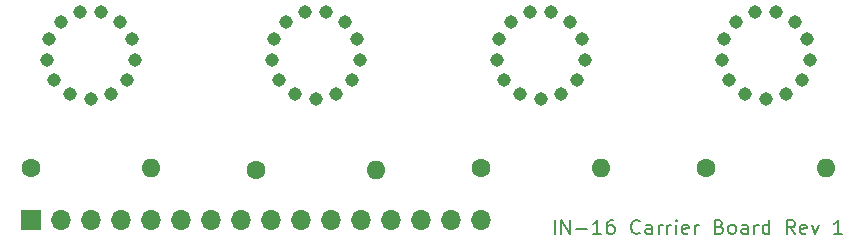
<source format=gbr>
%TF.GenerationSoftware,KiCad,Pcbnew,(6.0.5)*%
%TF.CreationDate,2022-05-25T01:16:54-04:00*%
%TF.ProjectId,in-16-carrier-rounded,696e2d31-362d-4636-9172-726965722d72,rev?*%
%TF.SameCoordinates,Original*%
%TF.FileFunction,Soldermask,Top*%
%TF.FilePolarity,Negative*%
%FSLAX46Y46*%
G04 Gerber Fmt 4.6, Leading zero omitted, Abs format (unit mm)*
G04 Created by KiCad (PCBNEW (6.0.5)) date 2022-05-25 01:16:54*
%MOMM*%
%LPD*%
G01*
G04 APERTURE LIST*
%ADD10C,0.200000*%
%ADD11C,1.137920*%
%ADD12C,1.600000*%
%ADD13O,1.600000X1.600000*%
%ADD14R,1.700000X1.700000*%
%ADD15O,1.700000X1.700000*%
G04 APERTURE END LIST*
D10*
X64692142Y-40547857D02*
X64692142Y-39347857D01*
X65263571Y-40547857D02*
X65263571Y-39347857D01*
X65949285Y-40547857D01*
X65949285Y-39347857D01*
X66520714Y-40090714D02*
X67435000Y-40090714D01*
X68635000Y-40547857D02*
X67949285Y-40547857D01*
X68292142Y-40547857D02*
X68292142Y-39347857D01*
X68177857Y-39519285D01*
X68063571Y-39633571D01*
X67949285Y-39690714D01*
X69663571Y-39347857D02*
X69435000Y-39347857D01*
X69320714Y-39405000D01*
X69263571Y-39462142D01*
X69149285Y-39633571D01*
X69092142Y-39862142D01*
X69092142Y-40319285D01*
X69149285Y-40433571D01*
X69206428Y-40490714D01*
X69320714Y-40547857D01*
X69549285Y-40547857D01*
X69663571Y-40490714D01*
X69720714Y-40433571D01*
X69777857Y-40319285D01*
X69777857Y-40033571D01*
X69720714Y-39919285D01*
X69663571Y-39862142D01*
X69549285Y-39805000D01*
X69320714Y-39805000D01*
X69206428Y-39862142D01*
X69149285Y-39919285D01*
X69092142Y-40033571D01*
X71892142Y-40433571D02*
X71835000Y-40490714D01*
X71663571Y-40547857D01*
X71549285Y-40547857D01*
X71377857Y-40490714D01*
X71263571Y-40376428D01*
X71206428Y-40262142D01*
X71149285Y-40033571D01*
X71149285Y-39862142D01*
X71206428Y-39633571D01*
X71263571Y-39519285D01*
X71377857Y-39405000D01*
X71549285Y-39347857D01*
X71663571Y-39347857D01*
X71835000Y-39405000D01*
X71892142Y-39462142D01*
X72920714Y-40547857D02*
X72920714Y-39919285D01*
X72863571Y-39805000D01*
X72749285Y-39747857D01*
X72520714Y-39747857D01*
X72406428Y-39805000D01*
X72920714Y-40490714D02*
X72806428Y-40547857D01*
X72520714Y-40547857D01*
X72406428Y-40490714D01*
X72349285Y-40376428D01*
X72349285Y-40262142D01*
X72406428Y-40147857D01*
X72520714Y-40090714D01*
X72806428Y-40090714D01*
X72920714Y-40033571D01*
X73492142Y-40547857D02*
X73492142Y-39747857D01*
X73492142Y-39976428D02*
X73549285Y-39862142D01*
X73606428Y-39805000D01*
X73720714Y-39747857D01*
X73835000Y-39747857D01*
X74235000Y-40547857D02*
X74235000Y-39747857D01*
X74235000Y-39976428D02*
X74292142Y-39862142D01*
X74349285Y-39805000D01*
X74463571Y-39747857D01*
X74577857Y-39747857D01*
X74977857Y-40547857D02*
X74977857Y-39747857D01*
X74977857Y-39347857D02*
X74920714Y-39405000D01*
X74977857Y-39462142D01*
X75035000Y-39405000D01*
X74977857Y-39347857D01*
X74977857Y-39462142D01*
X76006428Y-40490714D02*
X75892142Y-40547857D01*
X75663571Y-40547857D01*
X75549285Y-40490714D01*
X75492142Y-40376428D01*
X75492142Y-39919285D01*
X75549285Y-39805000D01*
X75663571Y-39747857D01*
X75892142Y-39747857D01*
X76006428Y-39805000D01*
X76063571Y-39919285D01*
X76063571Y-40033571D01*
X75492142Y-40147857D01*
X76577857Y-40547857D02*
X76577857Y-39747857D01*
X76577857Y-39976428D02*
X76635000Y-39862142D01*
X76692142Y-39805000D01*
X76806428Y-39747857D01*
X76920714Y-39747857D01*
X78635000Y-39919285D02*
X78806428Y-39976428D01*
X78863571Y-40033571D01*
X78920714Y-40147857D01*
X78920714Y-40319285D01*
X78863571Y-40433571D01*
X78806428Y-40490714D01*
X78692142Y-40547857D01*
X78235000Y-40547857D01*
X78235000Y-39347857D01*
X78635000Y-39347857D01*
X78749285Y-39405000D01*
X78806428Y-39462142D01*
X78863571Y-39576428D01*
X78863571Y-39690714D01*
X78806428Y-39805000D01*
X78749285Y-39862142D01*
X78635000Y-39919285D01*
X78235000Y-39919285D01*
X79606428Y-40547857D02*
X79492142Y-40490714D01*
X79435000Y-40433571D01*
X79377857Y-40319285D01*
X79377857Y-39976428D01*
X79435000Y-39862142D01*
X79492142Y-39805000D01*
X79606428Y-39747857D01*
X79777857Y-39747857D01*
X79892142Y-39805000D01*
X79949285Y-39862142D01*
X80006428Y-39976428D01*
X80006428Y-40319285D01*
X79949285Y-40433571D01*
X79892142Y-40490714D01*
X79777857Y-40547857D01*
X79606428Y-40547857D01*
X81035000Y-40547857D02*
X81035000Y-39919285D01*
X80977857Y-39805000D01*
X80863571Y-39747857D01*
X80635000Y-39747857D01*
X80520714Y-39805000D01*
X81035000Y-40490714D02*
X80920714Y-40547857D01*
X80635000Y-40547857D01*
X80520714Y-40490714D01*
X80463571Y-40376428D01*
X80463571Y-40262142D01*
X80520714Y-40147857D01*
X80635000Y-40090714D01*
X80920714Y-40090714D01*
X81035000Y-40033571D01*
X81606428Y-40547857D02*
X81606428Y-39747857D01*
X81606428Y-39976428D02*
X81663571Y-39862142D01*
X81720714Y-39805000D01*
X81835000Y-39747857D01*
X81949285Y-39747857D01*
X82863571Y-40547857D02*
X82863571Y-39347857D01*
X82863571Y-40490714D02*
X82749285Y-40547857D01*
X82520714Y-40547857D01*
X82406428Y-40490714D01*
X82349285Y-40433571D01*
X82292142Y-40319285D01*
X82292142Y-39976428D01*
X82349285Y-39862142D01*
X82406428Y-39805000D01*
X82520714Y-39747857D01*
X82749285Y-39747857D01*
X82863571Y-39805000D01*
X85035000Y-40547857D02*
X84635000Y-39976428D01*
X84349285Y-40547857D02*
X84349285Y-39347857D01*
X84806428Y-39347857D01*
X84920714Y-39405000D01*
X84977857Y-39462142D01*
X85035000Y-39576428D01*
X85035000Y-39747857D01*
X84977857Y-39862142D01*
X84920714Y-39919285D01*
X84806428Y-39976428D01*
X84349285Y-39976428D01*
X86006428Y-40490714D02*
X85892142Y-40547857D01*
X85663571Y-40547857D01*
X85549285Y-40490714D01*
X85492142Y-40376428D01*
X85492142Y-39919285D01*
X85549285Y-39805000D01*
X85663571Y-39747857D01*
X85892142Y-39747857D01*
X86006428Y-39805000D01*
X86063571Y-39919285D01*
X86063571Y-40033571D01*
X85492142Y-40147857D01*
X86463571Y-39747857D02*
X86749285Y-40547857D01*
X87035000Y-39747857D01*
X89035000Y-40547857D02*
X88349285Y-40547857D01*
X88692142Y-40547857D02*
X88692142Y-39347857D01*
X88577857Y-39519285D01*
X88463571Y-39633571D01*
X88349285Y-39690714D01*
D11*
%TO.C,N2*%
X42707560Y-28722320D03*
X46192440Y-28722320D03*
X41960800Y-22590760D03*
X48176180Y-25852120D03*
X46939200Y-22590760D03*
X45346620Y-21755100D03*
X43553380Y-21755100D03*
X47538640Y-27531060D03*
X40723820Y-25852120D03*
X41361360Y-27531060D03*
X44450000Y-29154120D03*
X40939720Y-24069040D03*
X47960280Y-24069040D03*
%TD*%
D12*
%TO.C,R3*%
X58420000Y-34925000D03*
D13*
X68580000Y-34925000D03*
%TD*%
D12*
%TO.C,R1*%
X20320000Y-34925000D03*
D13*
X30480000Y-34925000D03*
%TD*%
D11*
%TO.C,N4*%
X80807560Y-28722320D03*
X84292440Y-28722320D03*
X80060800Y-22590760D03*
X86276180Y-25852120D03*
X85039200Y-22590760D03*
X83446620Y-21755100D03*
X81653380Y-21755100D03*
X85638640Y-27531060D03*
X78823820Y-25852120D03*
X79461360Y-27531060D03*
X82550000Y-29154120D03*
X79039720Y-24069040D03*
X86060280Y-24069040D03*
%TD*%
D14*
%TO.C,J1*%
X20320000Y-39370000D03*
D15*
X22860000Y-39370000D03*
X25400000Y-39370000D03*
X27940000Y-39370000D03*
X30480000Y-39370000D03*
X33020000Y-39370000D03*
X35560000Y-39370000D03*
X38100000Y-39370000D03*
X40640000Y-39370000D03*
X43180000Y-39370000D03*
X45720000Y-39370000D03*
X48260000Y-39370000D03*
X50800000Y-39370000D03*
X53340000Y-39370000D03*
X55880000Y-39370000D03*
X58420000Y-39370000D03*
%TD*%
D12*
%TO.C,R2*%
X39370000Y-35090880D03*
D13*
X49530000Y-35090880D03*
%TD*%
D11*
%TO.C,N1*%
X23657560Y-28722320D03*
X27142440Y-28722320D03*
X22910800Y-22590760D03*
X29126180Y-25852120D03*
X27889200Y-22590760D03*
X26296620Y-21755100D03*
X24503380Y-21755100D03*
X28488640Y-27531060D03*
X21673820Y-25852120D03*
X22311360Y-27531060D03*
X25400000Y-29154120D03*
X21889720Y-24069040D03*
X28910280Y-24069040D03*
%TD*%
D12*
%TO.C,R4*%
X77470000Y-34980880D03*
D13*
X87630000Y-34980880D03*
%TD*%
D11*
%TO.C,N3*%
X61757560Y-28722320D03*
X65242440Y-28722320D03*
X61010800Y-22590760D03*
X67226180Y-25852120D03*
X65989200Y-22590760D03*
X64396620Y-21755100D03*
X62603380Y-21755100D03*
X66588640Y-27531060D03*
X59773820Y-25852120D03*
X60411360Y-27531060D03*
X63500000Y-29154120D03*
X59989720Y-24069040D03*
X67010280Y-24069040D03*
%TD*%
M02*

</source>
